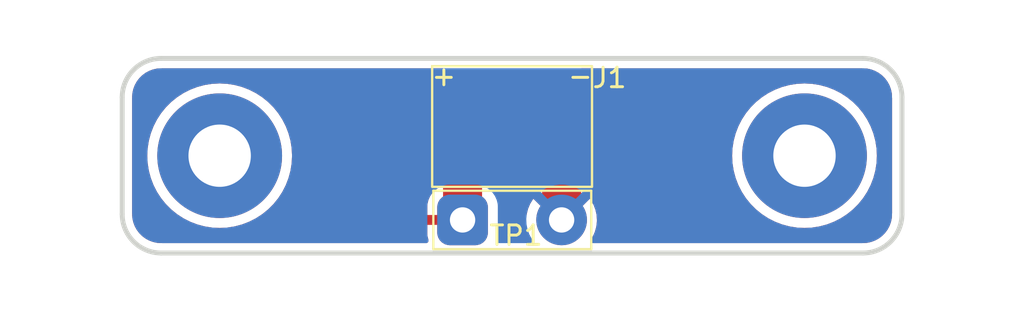
<source format=kicad_pcb>
(kicad_pcb (version 20211014) (generator pcbnew)
  (layers (0 "F.Cu" signal) (31 "B.Cu" signal) (34 "B.Paste" user) (35 "F.Paste" user) (36 "B.SilkS" user "B.Silkscreen") (37 "F.SilkS" user "F.Silkscreen") (38 "B.Mask" user) (39 "F.Mask" user) (44 "Edge.Cuts" user))
  (net 0 "")
  (net 1 "+5V")
  (net 2 "GND")
  (footprint "TestPoint:TestPoint_2Pads_Pitch5.08mm_Drill1.3mm" (layer "F.Cu") (at 142.46 86.3)
    (fp_text reference "TP1" (at 2.74 0.8) (layer "F.SilkS"))
    (fp_text value "TestPoint_2Pole")
    (fp_line (start -1.5 -1.5) (end 6.6 -1.5) (layer "F.SilkS") (width 0.12))
    (fp_line (start 6.6 1.5) (end -1.5 1.5) (layer "F.SilkS") (width 0.12))
    (fp_line (start -1.5 -1.5) (end -1.5 1.5) (layer "F.SilkS") (width 0.12))
    (fp_line (start 6.6 1.5) (end 6.6 -1.5) (layer "F.SilkS") (width 0.12))
    (pad "1" thru_hole roundrect (at 0 0) (size 2.6 2.6) (drill 1.3) (layers *.Cu *.Mask) (net 1 "+5V"))
    (pad "2" thru_hole circle (at 5.08 0) (size 2.6 2.6) (drill 1.3) (layers *.Cu *.Mask) (net 2 "GND"))
  )
  (footprint "MountingHole:MountingHole_3.2mm_M3_Pad" (layer "F.Cu") (at 130 83)
    (fp_text reference "REF**" hide)
    (fp_text value "MountingHole_3.2mm_M3_Pad")
    (pad "1" thru_hole circle (at 0 0) (size 6.4 6.4) (drill 3.2) (layers *.Cu *.Mask))
  )
  (footprint "Rolling_Custom:POGOPIN-2PAD" (layer "F.Cu") (at 145 81.5)
    (fp_text reference "J1" (at 5 -2.5 unlocked) (layer "F.SilkS"))
    (fp_text value "POGOPIN-2PAD")
    (fp_text user "+" (at -3.5 -2.6 unlocked) (layer "F.SilkS"))
    (fp_text user "-" (at 3.5 -2.6 unlocked) (layer "F.SilkS"))
    (fp_rect (start -4.1 -3.1) (end 4.1 3.1) (layer "F.SilkS") (width 0.12) (fill none))
    (pad "1" smd roundrect (at -2 0) (size 3 5) (layers "F.Cu" "F.Paste" "F.Mask") (net 1 "+5V"))
    (pad "2" smd roundrect (at 2 0) (size 3 5) (layers "F.Cu" "F.Paste" "F.Mask") (net 2 "GND"))
  )
  (footprint "MountingHole:MountingHole_3.2mm_M3_Pad" (layer "F.Cu") (at 160 83)
    (fp_text reference "REF**" hide)
    (fp_text value "MountingHole_3.2mm_M3_Pad")
    (pad "1" thru_hole circle (at 0 0) (size 6.4 6.4) (drill 3.2) (layers *.Cu *.Mask))
  )
  (gr_line (start 165 80) (end 165 86) (layer "Edge.Cuts") (width 0.25))
  (gr_arc (start 127 88) (mid 125.585786 87.414214) (end 125 86) (layer "Edge.Cuts") (width 0.25))
  (gr_arc (start 163 78) (mid 164.414214 78.585786) (end 165 80) (layer "Edge.Cuts") (width 0.25))
  (gr_arc (start 125 80) (mid 125.585786 78.585786) (end 127 78) (layer "Edge.Cuts") (width 0.25))
  (gr_line (start 125 86) (end 125 80) (layer "Edge.Cuts") (width 0.25))
  (gr_line (start 127 78) (end 163 78) (layer "Edge.Cuts") (width 0.25))
  (gr_line (start 163 88) (end 127 88) (layer "Edge.Cuts") (width 0.25))
  (gr_arc (start 165 86) (mid 164.414214 87.414214) (end 163 88) (layer "Edge.Cuts") (width 0.25))
  (segment (start 142.46 86.2) (end 142.46 82.04) (width 2) (layer "F.Cu") (net 1))
  (segment (start 142.46 82.04) (end 143 81.5) (width 2) (layer "F.Cu") (net 1))
  (segment (start 147.54 82.04) (end 147 81.5) (width 2) (layer "F.Cu") (net 2))
  (segment (start 147.54 86.2) (end 147.54 82.04) (width 2) (layer "F.Cu") (net 2))
  (zone (net 1) (net_name "+5V") (layer "F.Cu") (connect_pads (clearance 0.508)) (min_thickness 0.254) (fill yes (thermal_gap 0.508) (thermal_bridge_width 0.508))
    (polygon (pts (xy 144.5 90) (xy 123 90.25) (xy 123 76.25) (xy 144.5 76)))
  )
  (zone (net 2) (net_name "GND") (layer "F.Cu") (connect_pads (clearance 0.508)) (min_thickness 0.254) (fill yes (thermal_gap 0.508) (thermal_bridge_width 0.508))
    (polygon (pts (xy 166 89) (xy 145.5 89) (xy 145.5 77) (xy 166 77)))
  )
  (zone (net 2) (net_name "GND") (layer "B.Cu") (connect_pads (clearance 0.508)) (min_thickness 0.254) (fill yes (thermal_gap 0.508) (thermal_bridge_width 0.508))
    (polygon (pts (xy 167 91) (xy 121 91) (xy 121 75) (xy 167 75)))
  )
)
</source>
